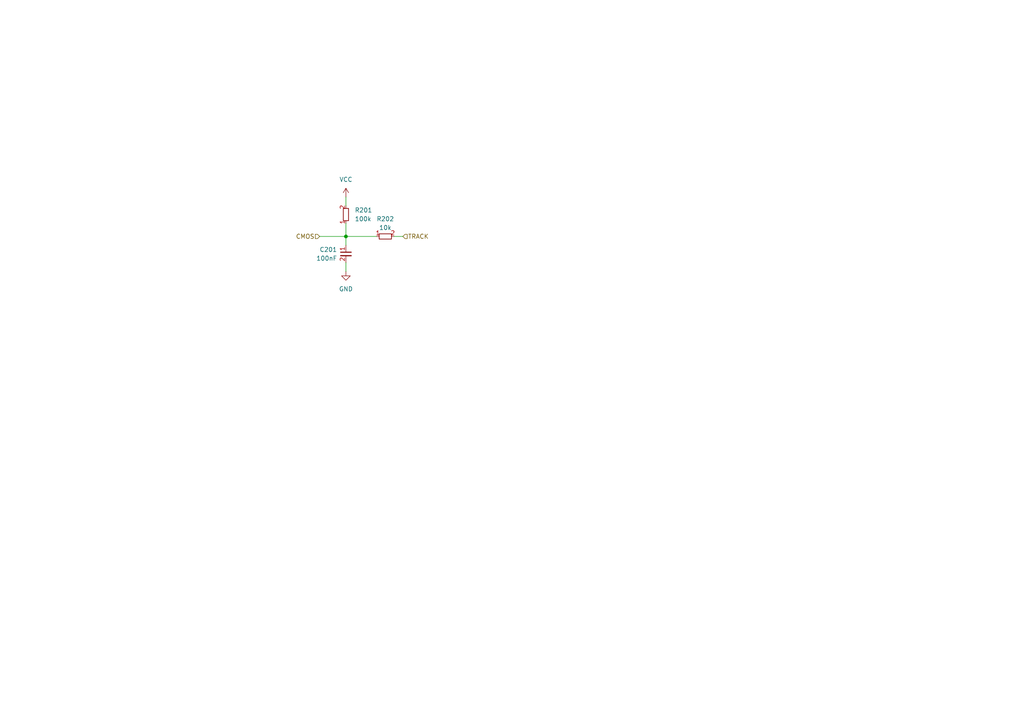
<source format=kicad_sch>
(kicad_sch (version 20230121) (generator eeschema)
  (paper "A4")
  (lib_symbols
    (symbol "capacitor_miscellaneous:C_0402_100nF"
      (property "Reference" "C" (at 1.27 2.54 0))
      (property "Value" "100nF" (at 3.81 -2.54 0))
      (symbol "C_0402_100nF_0_1"
        (polyline (pts (xy -1.524 -0.508) (xy 1.524 -0.508)) (stroke (width 0.3302)))
        (polyline (pts (xy -1.524 0.508) (xy 1.524 0.508)) (stroke (width 0.3048)))
      )
      (symbol "C_0402_100nF_1_1"
        (pin passive line (at 0 2.54 270) (length 2.032) (name "~") (number "1"))
        (pin passive line (at 0 -2.54 90) (length 2.032) (name "~") (number "2"))
      )
    )
    (symbol "power:GND" (power) (pin_names (offset 0))
      (property "Value" "GND" (at 0 -3.81 0))
      (symbol "GND_0_1"
        (polyline (pts (xy 0 0) (xy 0 -1.27) (xy 1.27 -1.27) (xy 0 -2.54) (xy -1.27 -1.27) (xy 0 -1.27)))
      )
      (symbol "GND_1_1"
        (pin power_in line (at 0 0 270) (length 0) hide (name "GND") (number "1"))
      )
    )
    (symbol "power:VCC" (power) (pin_names (offset 0))
      (property "Value" "VCC" (at 0 3.81 0))
      (symbol "VCC_0_1"
        (polyline (pts (xy -0.762 1.27) (xy 0 2.54)))
        (polyline (pts (xy 0 0) (xy 0 2.54)))
        (polyline (pts (xy 0 2.54) (xy 0.762 1.27)))
      )
      (symbol "VCC_1_1"
        (pin power_in line (at 0 0 90) (length 0) hide (name "VCC") (number "1"))
      )
    )
    (symbol "resistors_0603:R_100k_0603"
      (property "Reference" "R" (at 1.27 2.54 0))
      (property "Value" "100k" (at 2.54 -2.54 0))
      (symbol "R_100k_0603_0_1"
        (rectangle (start -0.762 1.778) (end 0.762 -1.778) (stroke (width 0.2032)))
      )
      (symbol "R_100k_0603_1_1"
        (pin passive line (at 0 2.54 270) (length 0.762) (name "~") (number "1"))
        (pin passive line (at 0 -2.54 90) (length 0.762) (name "~") (number "2"))
      )
    )
    (symbol "resistors_0603:R_10k_0603"
      (property "Reference" "R" (at 1.27 2.54 0))
      (property "Value" "10k" (at 2.54 -2.54 0))
      (symbol "R_10k_0603_0_1"
        (rectangle (start -0.762 1.778) (end 0.762 -1.778) (stroke (width 0.2032)))
      )
      (symbol "R_10k_0603_1_1"
        (pin passive line (at 0 2.54 270) (length 0.762) (name "~") (number "1"))
        (pin passive line (at 0 -2.54 90) (length 0.762) (name "~") (number "2"))
      )
    )
  )
  (junction (at 100.33 68.58))
  (wire (pts (xy 100.33 68.58) (xy 100.33 71.12)))
  (wire (pts (xy 114.3 68.58) (xy 116.84 68.58)))
  (wire (pts (xy 100.33 76.2) (xy 100.33 78.74)))
  (wire (pts (xy 100.33 68.58) (xy 109.22 68.58)))
  (wire (pts (xy 100.33 68.58) (xy 92.71 68.58)))
  (wire (pts (xy 100.33 57.15) (xy 100.33 59.69)))
  (wire (pts (xy 100.33 64.77) (xy 100.33 68.58)))
  (hierarchical_label "CMOS" (shape input) (at 92.71 68.58 180))
  (hierarchical_label "TRACK" (shape input) (at 116.84 68.58 0))
  (symbol (lib_id "resistors_0603:R_10k_0603") (at 111.76 68.58 90) (unit 1)
    (property "Reference" "R202" (at 111.76 63.5 90))
    (property "Value" "10k" (at 111.76 66.04 90))
    (property "Footprint" "custom_kicad_lib_sk:R_0603_smalltext" (effects hide))
    (property "JLCPCB Part#" "C25804" (effects hide))
    (instances (project "OS-S88n" (path "" (reference "R202") (unit 1)) (path "" (reference "R402") (unit 1)) (path "" (reference "R502") (unit 1)) (path "" (reference "R602") (unit 1)) (path "" (reference "R702") (unit 1)) (path "" (reference "R802") (unit 1)) (path "" (reference "R902") (unit 1)) (path "" (reference "R1002") (unit 1)) (path "" (reference "R1102") (unit 1)) (path "" (reference "R1302") (unit 1)) (path "" (reference "R1402") (unit 1)) (path "" (reference "R1502") (unit 1)) (path "" (reference "R1602") (unit 1)) (path "" (reference "R1702") (unit 1)) (path "" (reference "R1802") (unit 1)) (path "" (reference "R1902") (unit 1))))
  )
  (symbol (lib_id "resistors_0603:R_100k_0603") (at 100.33 62.23 180) (unit 1)
    (property "Reference" "R201" (at 102.87 60.96 0) (effects (justify right)))
    (property "Value" "100k" (at 102.87 63.5 0) (effects (justify right)))
    (property "Footprint" "custom_kicad_lib_sk:R_0603_smalltext" (effects hide))
    (property "JLCPCB Part#" "C25803" (effects hide))
    (instances (project "OS-S88n" (path "" (reference "R201") (unit 1)) (path "" (reference "R401") (unit 1)) (path "" (reference "R501") (unit 1)) (path "" (reference "R601") (unit 1)) (path "" (reference "R701") (unit 1)) (path "" (reference "R801") (unit 1)) (path "" (reference "R901") (unit 1)) (path "" (reference "R1001") (unit 1)) (path "" (reference "R1101") (unit 1)) (path "" (reference "R1301") (unit 1)) (path "" (reference "R1401") (unit 1)) (path "" (reference "R1501") (unit 1)) (path "" (reference "R1601") (unit 1)) (path "" (reference "R1701") (unit 1)) (path "" (reference "R1801") (unit 1)) (path "" (reference "R1901") (unit 1))))
  )
  (symbol (lib_id "power:VCC") (at 100.33 57.15 0) (mirror y) (unit 1)
    (property "Reference" "#PWR0202" (effects hide))
    (property "Value" "VCC" (at 100.33 52.07 0))
    (instances (project "OS-S88n" (path "" (reference "#PWR0202") (unit 1)) (path "" (reference "#PWR0401") (unit 1)) (path "" (reference "#PWR0501") (unit 1)) (path "" (reference "#PWR0601") (unit 1)) (path "" (reference "#PWR0701") (unit 1)) (path "" (reference "#PWR0801") (unit 1)) (path "" (reference "#PWR0901") (unit 1)) (path "" (reference "#PWR01001") (unit 1)) (path "" (reference "#PWR01901") (unit 1)) (path "" (reference "#PWR01701") (unit 1)) (path "" (reference "#PWR01801") (unit 1)) (path "" (reference "#PWR01101") (unit 1)) (path "" (reference "#PWR01401") (unit 1)) (path "" (reference "#PWR01301") (unit 1)) (path "" (reference "#PWR01501") (unit 1)) (path "" (reference "#PWR01601") (unit 1))))
  )
  (symbol (lib_id "power:GND") (at 100.33 78.74 0) (mirror y) (unit 1)
    (property "Reference" "#PWR0203" (effects hide))
    (property "Value" "GND" (at 100.33 83.82 0))
    (instances (project "OS-S88n" (path "" (reference "#PWR0203") (unit 1)) (path "" (reference "#PWR0402") (unit 1)) (path "" (reference "#PWR0502") (unit 1)) (path "" (reference "#PWR0602") (unit 1)) (path "" (reference "#PWR0702") (unit 1)) (path "" (reference "#PWR0802") (unit 1)) (path "" (reference "#PWR0902") (unit 1)) (path "" (reference "#PWR01002") (unit 1)) (path "" (reference "#PWR01902") (unit 1)) (path "" (reference "#PWR01702") (unit 1)) (path "" (reference "#PWR01802") (unit 1)) (path "" (reference "#PWR01102") (unit 1)) (path "" (reference "#PWR01402") (unit 1)) (path "" (reference "#PWR01302") (unit 1)) (path "" (reference "#PWR01502") (unit 1)) (path "" (reference "#PWR01602") (unit 1))))
  )
  (symbol (lib_id "capacitor_miscellaneous:C_0402_100nF") (at 100.33 73.66 0) (mirror y) (unit 1)
    (property "Reference" "C201" (at 97.79 72.3963 0) (effects (justify left)))
    (property "Value" "100nF" (at 97.79 74.9363 0) (effects (justify left)))
    (property "Footprint" "Capacitor_SMD:C_0402_1005Metric" (effects hide))
    (property "JLCPCB Part#" "C15195" (effects hide))
    (instances (project "OS-S88n" (path "" (reference "C201") (unit 1)) (path "" (reference "C401") (unit 1)) (path "" (reference "C501") (unit 1)) (path "" (reference "C601") (unit 1)) (path "" (reference "C701") (unit 1)) (path "" (reference "C801") (unit 1)) (path "" (reference "C901") (unit 1)) (path "" (reference "C1001") (unit 1)) (path "" (reference "C1901") (unit 1)) (path "" (reference "C1701") (unit 1)) (path "" (reference "C1801") (unit 1)) (path "" (reference "C1101") (unit 1)) (path "" (reference "C1401") (unit 1)) (path "" (reference "C1301") (unit 1)) (path "" (reference "C1501") (unit 1)) (path "" (reference "C1601") (unit 1))))
  )
)
</source>
